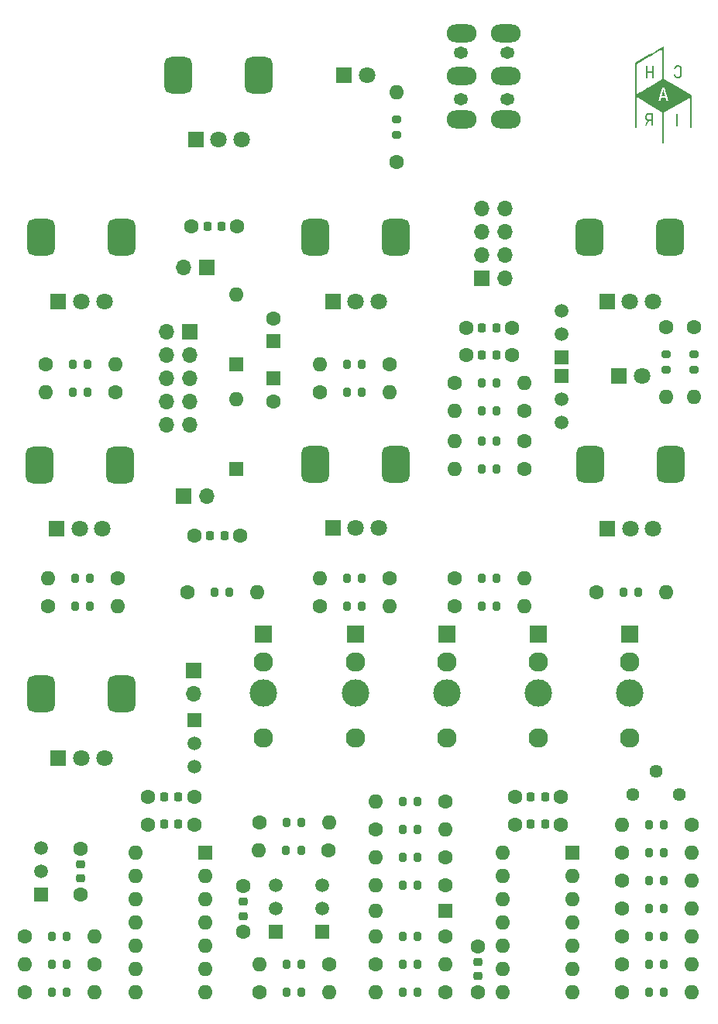
<source format=gbr>
G04 #@! TF.GenerationSoftware,KiCad,Pcbnew,6.0.9-8da3e8f707~118~ubuntu22.10.1*
G04 #@! TF.CreationDate,2022-11-30T23:30:13+01:00*
G04 #@! TF.ProjectId,ilse,696c7365-2e6b-4696-9361-645f70636258,2*
G04 #@! TF.SameCoordinates,PX5702e0cPY22a4fe8*
G04 #@! TF.FileFunction,Soldermask,Bot*
G04 #@! TF.FilePolarity,Negative*
%FSLAX46Y46*%
G04 Gerber Fmt 4.6, Leading zero omitted, Abs format (unit mm)*
G04 Created by KiCad (PCBNEW 6.0.9-8da3e8f707~118~ubuntu22.10.1) date 2022-11-30 23:30:13*
%MOMM*%
%LPD*%
G01*
G04 APERTURE LIST*
G04 Aperture macros list*
%AMRoundRect*
0 Rectangle with rounded corners*
0 $1 Rounding radius*
0 $2 $3 $4 $5 $6 $7 $8 $9 X,Y pos of 4 corners*
0 Add a 4 corners polygon primitive as box body*
4,1,4,$2,$3,$4,$5,$6,$7,$8,$9,$2,$3,0*
0 Add four circle primitives for the rounded corners*
1,1,$1+$1,$2,$3*
1,1,$1+$1,$4,$5*
1,1,$1+$1,$6,$7*
1,1,$1+$1,$8,$9*
0 Add four rect primitives between the rounded corners*
20,1,$1+$1,$2,$3,$4,$5,0*
20,1,$1+$1,$4,$5,$6,$7,0*
20,1,$1+$1,$6,$7,$8,$9,0*
20,1,$1+$1,$8,$9,$2,$3,0*%
%AMFreePoly0*
4,1,21,0.276537,0.459776,0.341421,0.416421,0.384776,0.351537,0.400000,0.275000,0.400000,-0.275000,0.384776,-0.351537,0.341421,-0.416421,0.276537,-0.459776,0.200000,-0.475000,-0.200000,-0.475000,-0.276537,-0.459776,-0.341421,-0.416421,-0.384776,-0.351537,-0.400000,-0.275000,-0.400000,0.275000,-0.384776,0.351537,-0.341421,0.416421,-0.276537,0.459776,-0.200000,0.475000,0.200000,0.475000,
0.276537,0.459776,0.276537,0.459776,$1*%
G04 Aperture macros list end*
%ADD10C,3.000000*%
%ADD11R,1.930000X1.830000*%
%ADD12C,2.130000*%
%ADD13R,1.800000X1.800000*%
%ADD14C,1.800000*%
%ADD15RoundRect,0.750000X0.750000X-1.250000X0.750000X1.250000X-0.750000X1.250000X-0.750000X-1.250000X0*%
%ADD16O,3.260000X1.970000*%
%ADD17O,1.560000X1.310000*%
%ADD18R,1.600000X1.600000*%
%ADD19C,1.600000*%
%ADD20R,1.700000X1.700000*%
%ADD21O,1.700000X1.700000*%
%ADD22FreePoly0,0.000000*%
%ADD23O,1.600000X1.600000*%
%ADD24RoundRect,0.200000X-0.200000X-0.275000X0.200000X-0.275000X0.200000X0.275000X-0.200000X0.275000X0*%
%ADD25FreePoly0,180.000000*%
%ADD26RoundRect,0.200000X0.200000X0.275000X-0.200000X0.275000X-0.200000X-0.275000X0.200000X-0.275000X0*%
%ADD27FreePoly0,270.000000*%
%ADD28RoundRect,0.200000X-0.275000X0.200000X-0.275000X-0.200000X0.275000X-0.200000X0.275000X0.200000X0*%
%ADD29C,1.440000*%
%ADD30RoundRect,0.225000X0.250000X-0.225000X0.250000X0.225000X-0.250000X0.225000X-0.250000X-0.225000X0*%
%ADD31RoundRect,0.225000X0.225000X0.250000X-0.225000X0.250000X-0.225000X-0.250000X0.225000X-0.250000X0*%
%ADD32RoundRect,0.225000X-0.250000X0.225000X-0.250000X-0.225000X0.250000X-0.225000X0.250000X0.225000X0*%
%ADD33RoundRect,0.225000X-0.225000X-0.250000X0.225000X-0.250000X0.225000X0.250000X-0.225000X0.250000X0*%
%ADD34R,1.500000X1.500000*%
%ADD35C,1.500000*%
%ADD36FreePoly0,90.000000*%
%ADD37RoundRect,0.200000X0.275000X-0.200000X0.275000X0.200000X-0.275000X0.200000X-0.275000X-0.200000X0*%
G04 APERTURE END LIST*
G36*
X74750916Y-12268237D02*
G01*
X74747331Y-13971333D01*
X74578111Y-13971333D01*
X74578111Y-10549125D01*
X73156417Y-9727871D01*
X72332882Y-9252149D01*
X74168889Y-9252149D01*
X74169561Y-9256420D01*
X74181359Y-9265937D01*
X74211597Y-9270903D01*
X74265108Y-9272333D01*
X74361327Y-9272333D01*
X74401089Y-9117111D01*
X74440852Y-8961889D01*
X74915690Y-8961889D01*
X74932317Y-9021861D01*
X74941833Y-9056845D01*
X74957202Y-9114707D01*
X74972521Y-9173555D01*
X74996097Y-9265277D01*
X75097549Y-9269423D01*
X75103876Y-9269674D01*
X75151976Y-9270997D01*
X75185879Y-9270914D01*
X75198589Y-9269423D01*
X75198169Y-9267745D01*
X75192105Y-9245500D01*
X75179394Y-9199459D01*
X75160746Y-9132182D01*
X75136873Y-9046225D01*
X75108485Y-8944148D01*
X75076293Y-8828509D01*
X75041008Y-8701866D01*
X75003341Y-8566777D01*
X74808505Y-7868277D01*
X74551257Y-7860181D01*
X74535200Y-7920674D01*
X74530138Y-7939270D01*
X74517603Y-7984648D01*
X74498972Y-8051739D01*
X74475092Y-8137506D01*
X74446810Y-8238910D01*
X74414972Y-8352913D01*
X74380425Y-8476478D01*
X74344016Y-8606565D01*
X74313227Y-8716830D01*
X74279484Y-8838444D01*
X74248852Y-8949671D01*
X74222088Y-9047716D01*
X74199951Y-9129782D01*
X74183200Y-9193073D01*
X74172593Y-9234794D01*
X74168889Y-9252149D01*
X72332882Y-9252149D01*
X71734722Y-8906617D01*
X71727552Y-12249777D01*
X71558334Y-12249777D01*
X71558334Y-7065521D01*
X71728081Y-7065521D01*
X71728088Y-7274625D01*
X71728152Y-7474694D01*
X71728270Y-7663985D01*
X71728438Y-7840752D01*
X71728653Y-8003252D01*
X71728911Y-8149740D01*
X71729210Y-8278472D01*
X71729545Y-8387704D01*
X71729915Y-8475690D01*
X71730315Y-8540688D01*
X71730743Y-8580952D01*
X71731195Y-8594738D01*
X71735054Y-8592634D01*
X71760189Y-8578335D01*
X71807408Y-8551263D01*
X71875190Y-8512297D01*
X71962018Y-8462312D01*
X72066371Y-8402183D01*
X72186730Y-8332787D01*
X72321576Y-8255000D01*
X72469391Y-8169698D01*
X72628654Y-8077757D01*
X72797847Y-7980054D01*
X72975450Y-7877463D01*
X73159945Y-7770861D01*
X74585167Y-6947246D01*
X74588753Y-5293427D01*
X74589060Y-5131876D01*
X74589339Y-4888922D01*
X74589366Y-4664651D01*
X74589146Y-4460017D01*
X74588686Y-4275974D01*
X74587989Y-4113475D01*
X74587063Y-3973475D01*
X74585912Y-3856926D01*
X74584542Y-3764784D01*
X74582958Y-3698002D01*
X74581167Y-3657533D01*
X74579173Y-3644332D01*
X74575197Y-3646435D01*
X74549712Y-3660771D01*
X74502101Y-3687887D01*
X74433901Y-3726898D01*
X74346650Y-3776922D01*
X74241885Y-3837075D01*
X74121143Y-3906471D01*
X73985962Y-3984229D01*
X73837879Y-4069464D01*
X73678432Y-4161293D01*
X73509157Y-4258830D01*
X73331591Y-4361194D01*
X73147274Y-4467500D01*
X71728540Y-5285944D01*
X71728103Y-6940472D01*
X71728081Y-7065521D01*
X71558334Y-7065521D01*
X71558334Y-5186856D01*
X73152232Y-4266261D01*
X73204521Y-4236063D01*
X73398240Y-4124227D01*
X73584819Y-4016578D01*
X73762817Y-3913944D01*
X73930794Y-3817153D01*
X74087309Y-3727035D01*
X74230920Y-3644416D01*
X74360186Y-3570126D01*
X74473666Y-3504992D01*
X74569920Y-3449844D01*
X74647505Y-3405509D01*
X74704982Y-3372815D01*
X74740908Y-3352592D01*
X74753843Y-3345666D01*
X74753951Y-3345841D01*
X74754904Y-3362717D01*
X74755821Y-3405954D01*
X74756697Y-3473879D01*
X74757523Y-3564816D01*
X74758293Y-3677093D01*
X74758999Y-3809034D01*
X74759634Y-3958966D01*
X74760191Y-4125214D01*
X74760663Y-4306104D01*
X74761043Y-4499963D01*
X74761268Y-4664651D01*
X74761323Y-4705116D01*
X74761496Y-4919889D01*
X74761556Y-5142607D01*
X74761556Y-6939548D01*
X76263922Y-7806079D01*
X77766288Y-8672611D01*
X77766755Y-10475305D01*
X77767222Y-12278000D01*
X77583893Y-12278000D01*
X77580308Y-10606496D01*
X77576722Y-8934993D01*
X76997734Y-9269423D01*
X74754500Y-10565141D01*
X74750916Y-12268237D01*
G37*
G36*
X74679960Y-8119832D02*
G01*
X74690561Y-8150583D01*
X74706086Y-8200308D01*
X74725279Y-8264560D01*
X74746889Y-8338892D01*
X74769661Y-8418856D01*
X74792344Y-8500005D01*
X74813683Y-8577891D01*
X74832425Y-8648067D01*
X74847317Y-8706086D01*
X74857106Y-8747499D01*
X74860540Y-8767861D01*
X74859967Y-8768684D01*
X74841638Y-8772504D01*
X74801368Y-8775604D01*
X74744391Y-8777684D01*
X74675938Y-8778444D01*
X74619032Y-8778308D01*
X74561641Y-8777376D01*
X74525155Y-8775046D01*
X74505327Y-8770726D01*
X74497911Y-8763824D01*
X74498661Y-8753750D01*
X74500242Y-8748064D01*
X74508574Y-8717235D01*
X74522486Y-8665276D01*
X74540827Y-8596493D01*
X74562450Y-8515188D01*
X74586207Y-8425666D01*
X74597194Y-8384442D01*
X74620179Y-8299662D01*
X74640682Y-8225969D01*
X74657545Y-8167417D01*
X74669612Y-8128064D01*
X74675724Y-8111966D01*
X74679960Y-8119832D01*
G37*
G36*
X73336334Y-12038111D02*
G01*
X73336334Y-11487777D01*
X73114341Y-11487777D01*
X72969445Y-11762944D01*
X72824548Y-12038111D01*
X72727663Y-12038111D01*
X72725260Y-12038107D01*
X72677610Y-12036576D01*
X72643816Y-12032787D01*
X72631057Y-12027527D01*
X72632598Y-12023359D01*
X72645110Y-11998162D01*
X72668561Y-11953758D01*
X72700980Y-11893809D01*
X72740395Y-11821976D01*
X72784834Y-11741923D01*
X72938332Y-11466903D01*
X72875247Y-11436498D01*
X72872628Y-11435229D01*
X72802272Y-11393119D01*
X72749006Y-11340711D01*
X72703663Y-11269055D01*
X72684705Y-11228915D01*
X72673235Y-11190047D01*
X72667791Y-11143306D01*
X72666392Y-11078555D01*
X72667639Y-11056974D01*
X72831185Y-11056974D01*
X72837439Y-11131995D01*
X72864431Y-11202435D01*
X72910851Y-11262350D01*
X72975391Y-11305796D01*
X73005830Y-11317126D01*
X73048908Y-11325988D01*
X73106191Y-11330734D01*
X73184639Y-11332245D01*
X73336334Y-11332555D01*
X73336334Y-10824555D01*
X73180658Y-10824555D01*
X73151363Y-10824704D01*
X73070509Y-10827847D01*
X73009869Y-10836467D01*
X72963425Y-10852405D01*
X72925155Y-10877496D01*
X72889039Y-10913580D01*
X72886123Y-10916967D01*
X72846977Y-10983316D01*
X72831185Y-11056974D01*
X72667639Y-11056974D01*
X72670977Y-10999215D01*
X72694588Y-10900818D01*
X72739510Y-10819500D01*
X72807122Y-10753009D01*
X72898803Y-10699097D01*
X72926344Y-10686953D01*
X72953970Y-10677294D01*
X72984879Y-10670348D01*
X73024056Y-10665510D01*
X73076491Y-10662175D01*
X73147171Y-10659740D01*
X73241084Y-10657598D01*
X73505667Y-10652179D01*
X73505667Y-12038111D01*
X73336334Y-12038111D01*
G37*
G36*
X76294972Y-5413773D02*
G01*
X76398712Y-5427109D01*
X76492377Y-5463075D01*
X76572069Y-5518942D01*
X76633886Y-5591983D01*
X76673929Y-5679472D01*
X76676298Y-5688863D01*
X76683320Y-5736712D01*
X76688857Y-5805750D01*
X76692914Y-5891040D01*
X76695499Y-5987642D01*
X76696616Y-6090621D01*
X76696271Y-6195039D01*
X76694472Y-6295958D01*
X76691224Y-6388441D01*
X76686533Y-6467550D01*
X76680405Y-6528347D01*
X76672845Y-6565896D01*
X76648697Y-6621663D01*
X76589958Y-6701945D01*
X76508699Y-6765665D01*
X76405500Y-6812288D01*
X76372500Y-6820037D01*
X76304365Y-6825738D01*
X76227996Y-6823482D01*
X76154864Y-6813824D01*
X76096438Y-6797320D01*
X76096013Y-6797142D01*
X76007506Y-6745285D01*
X75935826Y-6672741D01*
X75883948Y-6583400D01*
X75854842Y-6481152D01*
X75845391Y-6420471D01*
X75934551Y-6424708D01*
X76023711Y-6428944D01*
X76035608Y-6489365D01*
X76037345Y-6497296D01*
X76066476Y-6562515D01*
X76116152Y-6614711D01*
X76180962Y-6650759D01*
X76255495Y-6667535D01*
X76334342Y-6661913D01*
X76392921Y-6641754D01*
X76449432Y-6599660D01*
X76493695Y-6534489D01*
X76496618Y-6528709D01*
X76505784Y-6508672D01*
X76512764Y-6487455D01*
X76517852Y-6461195D01*
X76521340Y-6426028D01*
X76523519Y-6378093D01*
X76524684Y-6313524D01*
X76525125Y-6228460D01*
X76525135Y-6119037D01*
X76524866Y-6030998D01*
X76523489Y-5925212D01*
X76520329Y-5841781D01*
X76514697Y-5777241D01*
X76505906Y-5728127D01*
X76493266Y-5690975D01*
X76476092Y-5662320D01*
X76453693Y-5638697D01*
X76425384Y-5616642D01*
X76408217Y-5606294D01*
X76350014Y-5585789D01*
X76282409Y-5576177D01*
X76216727Y-5578456D01*
X76164290Y-5593625D01*
X76108743Y-5632476D01*
X76061025Y-5689117D01*
X76034954Y-5751914D01*
X76023341Y-5808055D01*
X75934366Y-5812292D01*
X75845391Y-5816528D01*
X75855497Y-5755847D01*
X75858502Y-5739031D01*
X75882434Y-5655400D01*
X75921850Y-5586226D01*
X75982436Y-5520987D01*
X76041511Y-5474272D01*
X76112634Y-5438290D01*
X76194239Y-5419000D01*
X76293990Y-5413764D01*
X76294972Y-5413773D01*
G37*
G36*
X72941222Y-6083222D02*
G01*
X73449222Y-6083222D01*
X73449222Y-5476444D01*
X73618556Y-5476444D01*
X73618556Y-6859333D01*
X73449773Y-6859333D01*
X73445970Y-6552416D01*
X73442167Y-6245500D01*
X72948278Y-6245500D01*
X72944475Y-6552416D01*
X72940672Y-6859333D01*
X72771889Y-6859333D01*
X72771889Y-5476444D01*
X72941222Y-5476444D01*
X72941222Y-6083222D01*
G37*
G36*
X76243222Y-12122777D02*
G01*
X76073889Y-12122777D01*
X76073889Y-10739889D01*
X76243222Y-10739889D01*
X76243222Y-12122777D01*
G37*
D10*
X30992014Y-74031238D03*
D11*
X30992014Y-67531238D03*
D12*
X30992014Y-78931238D03*
X30992014Y-70631238D03*
D13*
X8382100Y-56082600D03*
D14*
X10882100Y-56082600D03*
X13382100Y-56082600D03*
D15*
X6482100Y-49082600D03*
X15282100Y-49082600D03*
D13*
X8557100Y-81107600D03*
D14*
X11057100Y-81107600D03*
X13557100Y-81107600D03*
D15*
X6657100Y-74107600D03*
X15457100Y-74107600D03*
D16*
X57439400Y-1904000D03*
D17*
X57589300Y-4088400D03*
D16*
X57439400Y-6604000D03*
X57439400Y-11304000D03*
D17*
X57589300Y-9168400D03*
D16*
X52609400Y-1904000D03*
D17*
X52504300Y-4088400D03*
D16*
X52609400Y-6604000D03*
X52609400Y-11304000D03*
D17*
X52504300Y-9168400D03*
D13*
X38532100Y-55982600D03*
D14*
X41032100Y-55982600D03*
X43532100Y-55982600D03*
D15*
X36632100Y-48982600D03*
X45432100Y-48982600D03*
D13*
X68557100Y-56032600D03*
D14*
X71057100Y-56032600D03*
X73557100Y-56032600D03*
D15*
X66657100Y-49032600D03*
X75457100Y-49032600D03*
D13*
X68532100Y-31207600D03*
D14*
X71032100Y-31207600D03*
X73532100Y-31207600D03*
D15*
X75432100Y-24207600D03*
X66632100Y-24207600D03*
D13*
X8557100Y-31207600D03*
D14*
X11057100Y-31207600D03*
X13557100Y-31207600D03*
D15*
X6657100Y-24207600D03*
X15457100Y-24207600D03*
D13*
X38544600Y-31207600D03*
D14*
X41044600Y-31207600D03*
X43544600Y-31207600D03*
D15*
X36644600Y-24207600D03*
X45444600Y-24207600D03*
D10*
X40992014Y-74031238D03*
D11*
X40992014Y-67531238D03*
D12*
X40992014Y-78931238D03*
X40992014Y-70631238D03*
D13*
X39725000Y-6500000D03*
D14*
X42265000Y-6500000D03*
D13*
X69855100Y-39370000D03*
D14*
X72395100Y-39370000D03*
D10*
X50992014Y-74031238D03*
D11*
X50992014Y-67531238D03*
D12*
X50992014Y-78931238D03*
X50992014Y-70631238D03*
D10*
X70992014Y-74031238D03*
D11*
X70992014Y-67531238D03*
D12*
X70992014Y-78931238D03*
X70992014Y-70631238D03*
D10*
X60992014Y-74031238D03*
D11*
X60992014Y-67531238D03*
D12*
X60992014Y-78931238D03*
X60992014Y-70631238D03*
D13*
X23550850Y-13543600D03*
D14*
X26050850Y-13543600D03*
X28550850Y-13543600D03*
D15*
X21650850Y-6543600D03*
X30450850Y-6543600D03*
D18*
X32014100Y-35558600D03*
D19*
X32014100Y-33058600D03*
D20*
X24790400Y-27482800D03*
D21*
X22250400Y-27482800D03*
D18*
X32014100Y-39622600D03*
D19*
X32014100Y-42122600D03*
D22*
X73099100Y-94485900D03*
D19*
X70114100Y-94486600D03*
D23*
X77734100Y-94486600D03*
D24*
X74749100Y-94485900D03*
D25*
X56461100Y-43179300D03*
D19*
X59446100Y-43178600D03*
D26*
X54811100Y-43179300D03*
D23*
X51826100Y-43178600D03*
D18*
X64770100Y-91433600D03*
D23*
X64770100Y-93973600D03*
X64770100Y-96513600D03*
X64770100Y-99053600D03*
X64770100Y-101593600D03*
X64770100Y-104133600D03*
X64770100Y-106673600D03*
X57150100Y-106673600D03*
X57150100Y-104133600D03*
X57150100Y-101593600D03*
X57150100Y-99053600D03*
X57150100Y-96513600D03*
X57150100Y-93973600D03*
X57150100Y-91433600D03*
D25*
X56461100Y-49529300D03*
D19*
X59446100Y-49528600D03*
D26*
X54811100Y-49529300D03*
D23*
X51826100Y-49528600D03*
D19*
X74940100Y-34034600D03*
D27*
X74940800Y-37019600D03*
D28*
X74940800Y-38669600D03*
D23*
X74940100Y-41654600D03*
D20*
X54858194Y-28702000D03*
D21*
X57398194Y-28702000D03*
X54858194Y-26162000D03*
X57398194Y-26162000D03*
X54858194Y-23622000D03*
X57398194Y-23622000D03*
X54858194Y-21082000D03*
X57398194Y-21082000D03*
D19*
X7122100Y-38098600D03*
D22*
X10107100Y-38097900D03*
D23*
X14742100Y-38098600D03*
D24*
X11757100Y-38097900D03*
D19*
X14742100Y-41146600D03*
D25*
X11757100Y-41147300D03*
D26*
X10107100Y-41147300D03*
D23*
X7122100Y-41146600D03*
D19*
X30490100Y-88136600D03*
D22*
X33475100Y-88135900D03*
D23*
X38110100Y-88136600D03*
D24*
X35125100Y-88135900D03*
D22*
X54811100Y-61465900D03*
D19*
X51826100Y-61466600D03*
D23*
X59446100Y-61466600D03*
D24*
X56461100Y-61465900D03*
D19*
X51826100Y-64514600D03*
D22*
X54811100Y-64513900D03*
D23*
X59446100Y-64514600D03*
D24*
X56461100Y-64513900D03*
D18*
X24638100Y-91433600D03*
D23*
X24638100Y-93973600D03*
X24638100Y-96513600D03*
X24638100Y-99053600D03*
X24638100Y-101593600D03*
X24638100Y-104133600D03*
X24638100Y-106673600D03*
X17018100Y-106673600D03*
X17018100Y-104133600D03*
X17018100Y-101593600D03*
X17018100Y-99053600D03*
X17018100Y-96513600D03*
X17018100Y-93973600D03*
X17018100Y-91433600D03*
D29*
X76454000Y-85090000D03*
X73914000Y-82550000D03*
X71374000Y-85090000D03*
D22*
X7821100Y-106677900D03*
D19*
X4836100Y-106678600D03*
D23*
X12456100Y-106678600D03*
D24*
X9471100Y-106677900D03*
D22*
X10361100Y-64513900D03*
D19*
X7376100Y-64514600D03*
D23*
X14996100Y-64514600D03*
D24*
X12011100Y-64513900D03*
D20*
X22923900Y-34508900D03*
D21*
X20383900Y-34508900D03*
X22923900Y-37048900D03*
X20383900Y-37048900D03*
X22923900Y-39588900D03*
X20383900Y-39588900D03*
X22923900Y-42128900D03*
X20383900Y-42128900D03*
X22923900Y-44668900D03*
X20383900Y-44668900D03*
D25*
X35062100Y-91184600D03*
D19*
X38047100Y-91183900D03*
D23*
X30427100Y-91183900D03*
D26*
X33412100Y-91184600D03*
D20*
X23368000Y-71511238D03*
D21*
X23368000Y-74051238D03*
D22*
X33475100Y-106677900D03*
D19*
X30490100Y-106678600D03*
D23*
X38110100Y-106678600D03*
D24*
X35125100Y-106677900D03*
D20*
X22220000Y-52451000D03*
D21*
X24760000Y-52451000D03*
D19*
X77734100Y-88390600D03*
D25*
X74749100Y-88391300D03*
D23*
X70114100Y-88390600D03*
D26*
X73099100Y-88391300D03*
D25*
X12011100Y-61467300D03*
D19*
X14996100Y-61466600D03*
D23*
X7376100Y-61466600D03*
D26*
X10361100Y-61467300D03*
D22*
X7821100Y-100581900D03*
D19*
X4836100Y-100582600D03*
D24*
X9471100Y-100581900D03*
D23*
X12456100Y-100582600D03*
D19*
X22616100Y-62990600D03*
D22*
X25601100Y-62989900D03*
D24*
X27251100Y-62989900D03*
D23*
X30236100Y-62990600D03*
D25*
X9471100Y-103631300D03*
D19*
X12456100Y-103630600D03*
D23*
X4836100Y-103630600D03*
D26*
X7821100Y-103631300D03*
D19*
X38110100Y-103630600D03*
D25*
X35125100Y-103631300D03*
D26*
X33475100Y-103631300D03*
D23*
X30490100Y-103630600D03*
D19*
X10932100Y-95970600D03*
D30*
X10934100Y-94242820D03*
D19*
X10932100Y-90970600D03*
D30*
X10934100Y-92692820D03*
D19*
X58136100Y-37114600D03*
D31*
X56408320Y-37112600D03*
X54858320Y-37112600D03*
D19*
X53136100Y-37114600D03*
D31*
X61742320Y-85340600D03*
D19*
X63470100Y-85342600D03*
D31*
X60192320Y-85340600D03*
D19*
X58470100Y-85342600D03*
D31*
X61742320Y-88340600D03*
D19*
X63470100Y-88342600D03*
X58470100Y-88342600D03*
D31*
X60192320Y-88340600D03*
D19*
X23378100Y-85342600D03*
D31*
X21650320Y-85340600D03*
D19*
X18378100Y-85342600D03*
D31*
X20100320Y-85340600D03*
D19*
X23378100Y-88342600D03*
D31*
X21650320Y-88340600D03*
X20100320Y-88340600D03*
D19*
X18378100Y-88342600D03*
D25*
X56461100Y-46481300D03*
D19*
X59446100Y-46480600D03*
D23*
X51826100Y-46480600D03*
D26*
X54811100Y-46481300D03*
D19*
X28712100Y-100074600D03*
D30*
X28714100Y-98346820D03*
D19*
X28712100Y-95074600D03*
D30*
X28714100Y-96796820D03*
D25*
X41729100Y-38099300D03*
D19*
X44714100Y-38098600D03*
D26*
X40079100Y-38099300D03*
D23*
X37094100Y-38098600D03*
D19*
X54366100Y-101638600D03*
D32*
X54364100Y-103366380D03*
X54364100Y-104916380D03*
D19*
X54366100Y-106638600D03*
X53136100Y-34082600D03*
D33*
X54863880Y-34084600D03*
X56413880Y-34084600D03*
D19*
X58136100Y-34082600D03*
X44714100Y-61466600D03*
D25*
X41729100Y-61467300D03*
D23*
X37094100Y-61466600D03*
D26*
X40079100Y-61467300D03*
D34*
X32268100Y-100074600D03*
D35*
X32268100Y-97534600D03*
X32268100Y-94994600D03*
D33*
X24841780Y-22989000D03*
D19*
X23114000Y-22987000D03*
D33*
X26391780Y-22989000D03*
D19*
X28114000Y-22987000D03*
X28408000Y-56769000D03*
D31*
X26680220Y-56767000D03*
X25130220Y-56767000D03*
D19*
X23408000Y-56769000D03*
D34*
X6614100Y-96010600D03*
D35*
X6614100Y-93470600D03*
X6614100Y-90930600D03*
D34*
X63510100Y-37336600D03*
D35*
X63510100Y-34796600D03*
X63510100Y-32256600D03*
D34*
X23378100Y-76960600D03*
D35*
X23378100Y-79500600D03*
X23378100Y-82040600D03*
D34*
X37348100Y-100074600D03*
D35*
X37348100Y-97534600D03*
X37348100Y-94994600D03*
D34*
X63510100Y-39368600D03*
D35*
X63510100Y-41908600D03*
X63510100Y-44448600D03*
D19*
X37094100Y-41146600D03*
D22*
X40079100Y-41145900D03*
D23*
X44714100Y-41146600D03*
D24*
X41729100Y-41145900D03*
D22*
X40079100Y-64513900D03*
D19*
X37094100Y-64514600D03*
D24*
X41729100Y-64513900D03*
D23*
X44714100Y-64514600D03*
D22*
X73099100Y-97533900D03*
D19*
X70114100Y-97534600D03*
D23*
X77734100Y-97534600D03*
D24*
X74749100Y-97533900D03*
D19*
X50810100Y-94994600D03*
D25*
X47825100Y-94995300D03*
D26*
X46175100Y-94995300D03*
D23*
X43190100Y-94994600D03*
D19*
X70114100Y-91438600D03*
D22*
X73099100Y-91437900D03*
D24*
X74749100Y-91437900D03*
D23*
X77734100Y-91438600D03*
D36*
X45499300Y-13015000D03*
D19*
X45500000Y-16000000D03*
D37*
X45499300Y-11365000D03*
D23*
X45500000Y-8380000D03*
D25*
X47825100Y-100583300D03*
D19*
X50810100Y-100582600D03*
D23*
X43190100Y-100582600D03*
D26*
X46175100Y-100583300D03*
D22*
X73099100Y-106677900D03*
D19*
X70114100Y-106678600D03*
D24*
X74749100Y-106677900D03*
D23*
X77734100Y-106678600D03*
D22*
X73099100Y-103629900D03*
D19*
X70114100Y-103630600D03*
D24*
X74749100Y-103629900D03*
D23*
X77734100Y-103630600D03*
D22*
X46175100Y-103629900D03*
D19*
X43190100Y-103630600D03*
D23*
X50810100Y-103630600D03*
D24*
X47825100Y-103629900D03*
D19*
X51826100Y-40146600D03*
D22*
X54811100Y-40145900D03*
D24*
X56461100Y-40145900D03*
D23*
X59446100Y-40146600D03*
D19*
X43190100Y-88898600D03*
D22*
X46175100Y-88897900D03*
D24*
X47825100Y-88897900D03*
D23*
X50810100Y-88898600D03*
D25*
X47825100Y-91947300D03*
D19*
X50810100Y-91946600D03*
D23*
X43190100Y-91946600D03*
D26*
X46175100Y-91947300D03*
D27*
X77988800Y-37019600D03*
D19*
X77988100Y-34034600D03*
D23*
X77988100Y-41654600D03*
D28*
X77988800Y-38669600D03*
D22*
X70305100Y-62989900D03*
D19*
X67320100Y-62990600D03*
D23*
X74940100Y-62990600D03*
D24*
X71955100Y-62989900D03*
D19*
X50810100Y-106678600D03*
D25*
X47825100Y-106679300D03*
D23*
X43190100Y-106678600D03*
D26*
X46175100Y-106679300D03*
D19*
X70114100Y-100582600D03*
D22*
X73099100Y-100581900D03*
D23*
X77734100Y-100582600D03*
D24*
X74749100Y-100581900D03*
D19*
X50810100Y-85850600D03*
D25*
X47825100Y-85851300D03*
D23*
X43190100Y-85850600D03*
D26*
X46175100Y-85851300D03*
D18*
X27950100Y-38098600D03*
D23*
X27950100Y-30478600D03*
D18*
X27950100Y-49528600D03*
D23*
X27950100Y-41908600D03*
D18*
X50810100Y-97788600D03*
D23*
X43190100Y-97788600D03*
M02*

</source>
